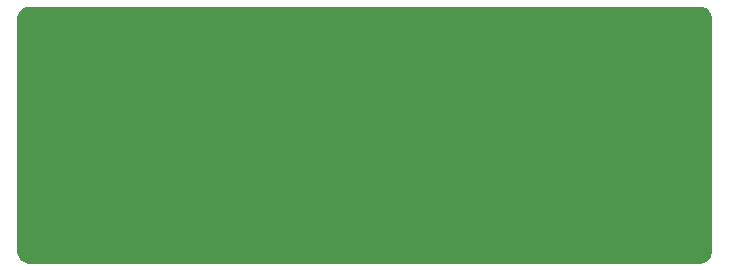
<source format=gbl>
G04*
G04 #@! TF.GenerationSoftware,Altium Limited,Altium Designer,18.1.9 (240)*
G04*
G04 Layer_Physical_Order=2*
G04 Layer_Color=16711680*
%FSLAX43Y43*%
%MOMM*%
G71*
G01*
G75*
%ADD11C,3.700*%
G36*
X183992Y147612D02*
X184174Y147536D01*
X184337Y147427D01*
X184477Y147287D01*
X184586Y147124D01*
X184662Y146942D01*
X184700Y146748D01*
Y146650D01*
X184700Y146650D01*
X184700D01*
Y126900D01*
X184700Y126802D01*
X184662Y126608D01*
X184586Y126426D01*
X184477Y126263D01*
X184337Y126123D01*
X184174Y126014D01*
X183992Y125938D01*
X183817Y125904D01*
X183700Y125900D01*
X183583Y125900D01*
X126900Y125900D01*
Y125900D01*
X126802D01*
X126608Y125938D01*
X126426Y126014D01*
X126263Y126123D01*
X126123Y126263D01*
X126014Y126426D01*
X125938Y126608D01*
X125900Y126801D01*
Y126900D01*
X125900D01*
Y146650D01*
Y146748D01*
X125938Y146942D01*
X126014Y147124D01*
X126123Y147287D01*
X126263Y147427D01*
X126426Y147536D01*
X126608Y147612D01*
X126775Y147645D01*
X126900Y147650D01*
X126900Y147650D01*
X126900Y147650D01*
X183700Y147650D01*
X183798D01*
X183992Y147612D01*
D02*
G37*
D11*
X132900Y138500D02*
D03*
X177700D02*
D03*
X155300Y137215D02*
D03*
M02*

</source>
